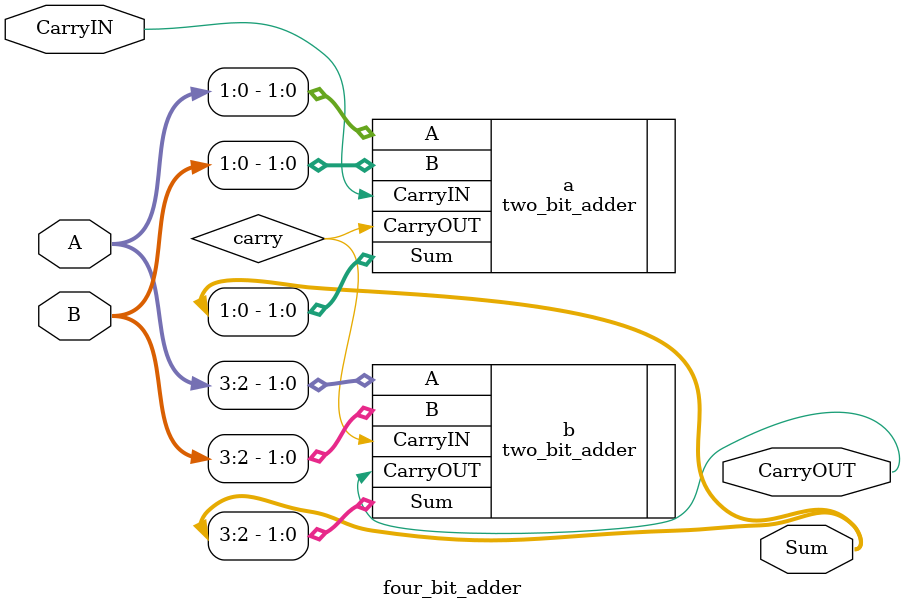
<source format=v>
`timescale 1ns / 1ps

module four_bit_adder(
    input[3:0] A, B,
    input CarryIN,
    output[3:0] Sum,
    output CarryOUT
  );
  
  wire carry;
  
  two_bit_adder a(.A(A[1:0]), .B(B[1:0]), .CarryIN(CarryIN), .CarryOUT(carry), .Sum(Sum[1:0]));
  two_bit_adder b(.A(A[3:2]), .B(B[3:2]), .CarryIN(carry), .CarryOUT(CarryOUT), .Sum(Sum[3:2]));
  
endmodule

</source>
